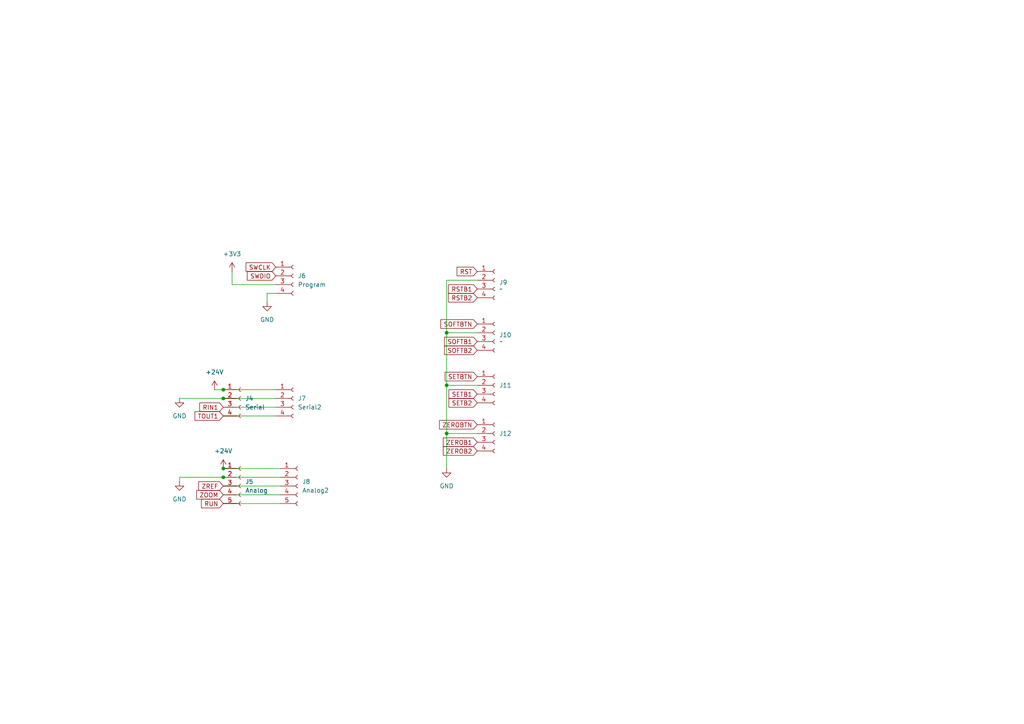
<source format=kicad_sch>
(kicad_sch (version 20231120) (generator "eeschema") (generator_version "8.0")
  (paper "A4")
  (lib_symbols
    (symbol "Connector:Conn_01x04_Socket" (pin_names (offset 1.016) hide)
      (property "Reference" "J" (at 0 5.08 0))
      (property "Value" "Conn_01x04_Socket" (at 0 -7.62 0))
      (symbol "Conn_01x04_Socket_1_1"
        (arc (start 0 -4.572) (mid -0.5058 -5.08) (end 0 -5.588) (stroke (width 0.1524)))
        (arc (start 0 -2.032) (mid -0.5058 -2.54) (end 0 -3.048) (stroke (width 0.1524)))
        (polyline (pts (xy -1.27 -5.08) (xy -0.508 -5.08)) (stroke (width 0.1524)))
        (polyline (pts (xy -1.27 -2.54) (xy -0.508 -2.54)) (stroke (width 0.1524)))
        (polyline (pts (xy -1.27 0) (xy -0.508 0)) (stroke (width 0.1524)))
        (polyline (pts (xy -1.27 2.54) (xy -0.508 2.54)) (stroke (width 0.1524)))
        (arc (start 0 0.508) (mid -0.5058 0) (end 0 -0.508) (stroke (width 0.1524)))
        (arc (start 0 3.048) (mid -0.5058 2.54) (end 0 2.032) (stroke (width 0.1524)))
        (pin passive line (at -5.08 2.54 0) (length 3.81) (name "Pin_1") (number "1"))
        (pin passive line (at -5.08 0 0) (length 3.81) (name "Pin_2") (number "2"))
        (pin passive line (at -5.08 -2.54 0) (length 3.81) (name "Pin_3") (number "3"))
        (pin passive line (at -5.08 -5.08 0) (length 3.81) (name "Pin_4") (number "4"))
      )
    )
    (symbol "Connector:Conn_01x05_Socket" (pin_names (offset 1.016) hide)
      (property "Reference" "J" (at 0 7.62 0))
      (property "Value" "Conn_01x05_Socket" (at 0 -7.62 0))
      (symbol "Conn_01x05_Socket_1_1"
        (arc (start 0 -4.572) (mid -0.5058 -5.08) (end 0 -5.588) (stroke (width 0.1524)))
        (arc (start 0 -2.032) (mid -0.5058 -2.54) (end 0 -3.048) (stroke (width 0.1524)))
        (polyline (pts (xy -1.27 -5.08) (xy -0.508 -5.08)) (stroke (width 0.1524)))
        (polyline (pts (xy -1.27 -2.54) (xy -0.508 -2.54)) (stroke (width 0.1524)))
        (polyline (pts (xy -1.27 0) (xy -0.508 0)) (stroke (width 0.1524)))
        (polyline (pts (xy -1.27 2.54) (xy -0.508 2.54)) (stroke (width 0.1524)))
        (polyline (pts (xy -1.27 5.08) (xy -0.508 5.08)) (stroke (width 0.1524)))
        (arc (start 0 0.508) (mid -0.5058 0) (end 0 -0.508) (stroke (width 0.1524)))
        (arc (start 0 3.048) (mid -0.5058 2.54) (end 0 2.032) (stroke (width 0.1524)))
        (arc (start 0 5.588) (mid -0.5058 5.08) (end 0 4.572) (stroke (width 0.1524)))
        (pin passive line (at -5.08 5.08 0) (length 3.81) (name "Pin_1") (number "1"))
        (pin passive line (at -5.08 2.54 0) (length 3.81) (name "Pin_2") (number "2"))
        (pin passive line (at -5.08 0 0) (length 3.81) (name "Pin_3") (number "3"))
        (pin passive line (at -5.08 -2.54 0) (length 3.81) (name "Pin_4") (number "4"))
        (pin passive line (at -5.08 -5.08 0) (length 3.81) (name "Pin_5") (number "5"))
      )
    )
    (symbol "power:+24V" (power) (pin_numbers hide) (pin_names (offset 0) hide)
      (property "Value" "+24V" (at 0 3.556 0))
      (symbol "+24V_0_1"
        (polyline (pts (xy -0.762 1.27) (xy 0 2.54)))
        (polyline (pts (xy 0 0) (xy 0 2.54)))
        (polyline (pts (xy 0 2.54) (xy 0.762 1.27)))
      )
      (symbol "+24V_1_1"
        (pin power_in line (at 0 0 90) (length 0) (name "~") (number "1"))
      )
    )
    (symbol "power:+3V3" (power) (pin_numbers hide) (pin_names (offset 0) hide)
      (property "Value" "+3V3" (at 0 3.556 0))
      (symbol "+3V3_0_1"
        (polyline (pts (xy -0.762 1.27) (xy 0 2.54)))
        (polyline (pts (xy 0 0) (xy 0 2.54)))
        (polyline (pts (xy 0 2.54) (xy 0.762 1.27)))
      )
      (symbol "+3V3_1_1"
        (pin power_in line (at 0 0 90) (length 0) (name "~") (number "1"))
      )
    )
    (symbol "power:GND" (power) (pin_numbers hide) (pin_names (offset 0) hide)
      (property "Value" "GND" (at 0 -3.81 0))
      (symbol "GND_0_1"
        (polyline (pts (xy 0 0) (xy 0 -1.27) (xy 1.27 -1.27) (xy 0 -2.54) (xy -1.27 -1.27) (xy 0 -1.27)))
      )
      (symbol "GND_1_1"
        (pin power_in line (at 0 0 270) (length 0) (name "~") (number "1"))
      )
    )
  )
  (junction (at 64.77 115.57))
  (junction (at 64.77 138.43))
  (junction (at 64.77 135.89))
  (junction (at 64.77 113.03))
  (junction (at 129.54 111.76))
  (junction (at 129.54 125.73))
  (junction (at 129.54 96.52))
  (wire (pts (xy 67.31 78.74) (xy 67.31 82.55)))
  (wire (pts (xy 64.77 113.03) (xy 80.01 113.03)))
  (wire (pts (xy 64.77 140.97) (xy 81.28 140.97)))
  (wire (pts (xy 138.43 81.28) (xy 129.54 81.28)))
  (wire (pts (xy 64.77 146.05) (xy 81.28 146.05)))
  (wire (pts (xy 129.54 81.28) (xy 129.54 96.52)))
  (wire (pts (xy 52.07 139.7) (xy 52.07 138.43)))
  (wire (pts (xy 52.07 138.43) (xy 64.77 138.43)))
  (wire (pts (xy 62.23 113.03) (xy 64.77 113.03)))
  (wire (pts (xy 129.54 125.73) (xy 138.43 125.73)))
  (wire (pts (xy 129.54 96.52) (xy 129.54 111.76)))
  (wire (pts (xy 138.43 96.52) (xy 129.54 96.52)))
  (wire (pts (xy 129.54 111.76) (xy 129.54 125.73)))
  (wire (pts (xy 64.77 115.57) (xy 80.01 115.57)))
  (wire (pts (xy 64.77 118.11) (xy 80.01 118.11)))
  (wire (pts (xy 80.01 82.55) (xy 67.31 82.55)))
  (wire (pts (xy 64.77 135.89) (xy 81.28 135.89)))
  (wire (pts (xy 64.77 138.43) (xy 81.28 138.43)))
  (wire (pts (xy 77.47 87.63) (xy 77.47 85.09)))
  (wire (pts (xy 52.07 115.57) (xy 64.77 115.57)))
  (wire (pts (xy 64.77 143.51) (xy 81.28 143.51)))
  (wire (pts (xy 64.77 120.65) (xy 80.01 120.65)))
  (wire (pts (xy 138.43 111.76) (xy 129.54 111.76)))
  (wire (pts (xy 77.47 85.09) (xy 80.01 85.09)))
  (wire (pts (xy 129.54 135.89) (xy 129.54 125.73)))
  (global_label "RST" (shape input) (at 138.43 78.74 180) (property "Intersheetrefs" "${INTERSHEET_REFS}" (effects (hide yes))))
  (global_label "SOFTB2" (shape input) (at 138.43 101.6 180) (property "Intersheetrefs" "${INTERSHEET_REFS}" (effects (hide yes))))
  (global_label "ZEROB1" (shape input) (at 138.43 128.27 180) (property "Intersheetrefs" "${INTERSHEET_REFS}" (effects (hide yes))))
  (global_label "ZEROB2" (shape input) (at 138.43 130.81 180) (property "Intersheetrefs" "${INTERSHEET_REFS}" (effects (hide yes))))
  (global_label "SOFTB1" (shape input) (at 138.43 99.06 180) (property "Intersheetrefs" "${INTERSHEET_REFS}" (effects (hide yes))))
  (global_label "RSTB2" (shape input) (at 138.43 86.36 180) (property "Intersheetrefs" "${INTERSHEET_REFS}" (effects (hide yes))))
  (global_label "SWDIO" (shape input) (at 80.01 80.01 180) (property "Intersheetrefs" "${INTERSHEET_REFS}" (effects (hide yes))))
  (global_label "SWCLK" (shape input) (at 80.01 77.47 180) (property "Intersheetrefs" "${INTERSHEET_REFS}" (effects (hide yes))))
  (global_label "RSTB1" (shape input) (at 138.43 83.82 180) (property "Intersheetrefs" "${INTERSHEET_REFS}" (effects (hide yes))))
  (global_label "SETB1" (shape input) (at 138.43 114.3 180) (property "Intersheetrefs" "${INTERSHEET_REFS}" (effects (hide yes))))
  (global_label "ZOOM" (shape input) (at 64.77 143.51 180) (property "Intersheetrefs" "${INTERSHEET_REFS}" (effects (hide yes))))
  (global_label "ZREF" (shape input) (at 64.77 140.97 180) (property "Intersheetrefs" "${INTERSHEET_REFS}" (effects (hide yes))))
  (global_label "TOUT1" (shape input) (at 64.77 120.65 180) (property "Intersheetrefs" "${INTERSHEET_REFS}" (effects (hide yes))))
  (global_label "RIN1" (shape input) (at 64.77 118.11 180) (property "Intersheetrefs" "${INTERSHEET_REFS}" (effects (hide yes))))
  (global_label "SETBTN" (shape input) (at 138.43 109.22 180) (property "Intersheetrefs" "${INTERSHEET_REFS}" (effects (hide yes))))
  (global_label "RUN" (shape input) (at 64.77 146.05 180) (property "Intersheetrefs" "${INTERSHEET_REFS}" (effects (hide yes))))
  (global_label "SETB2" (shape input) (at 138.43 116.84 180) (property "Intersheetrefs" "${INTERSHEET_REFS}" (effects (hide yes))))
  (global_label "ZEROBTN" (shape input) (at 138.43 123.19 180) (property "Intersheetrefs" "${INTERSHEET_REFS}" (effects (hide yes))))
  (global_label "SOFTBTN" (shape input) (at 138.43 93.98 180) (property "Intersheetrefs" "${INTERSHEET_REFS}" (effects (hide yes))))
  (symbol (lib_id "Connector:Conn_01x04_Socket") (at 143.51 96.52 0) (unit 1)
    (property "Reference" "J10" (at 144.78 97.1549 0) (effects (justify left)))
    (property "Value" "~" (at 144.78 99.06 0) (effects (justify left)))
    (property "Footprint" "Connector_PinSocket_2.54mm:PinSocket_1x04_P2.54mm_Vertical" (effects (hide yes)))
    (property "Description" "Generic connector, single row, 01x04, script generated" (effects (hide yes)))
  )
  (symbol (lib_id "power:+3V3") (at 67.31 78.74 0) (unit 1)
    (property "Reference" "#PWR031" (effects (hide yes)))
    (property "Value" "+3V3" (at 67.31 73.66 0))
    (property "Description" "Power symbol creates a global label with name \"+3V3\"" (effects (hide yes)))
  )
  (symbol (lib_id "Connector:Conn_01x04_Socket") (at 69.85 115.57 0) (unit 1)
    (property "Reference" "J4" (at 71.12 115.5699 0) (effects (justify left)))
    (property "Value" "Serial" (at 71.12 118.1099 0) (effects (justify left)))
    (property "Footprint" "Connector_PinSocket_2.54mm:PinSocket_1x04_P2.54mm_Vertical" (effects (hide yes)))
    (property "Description" "Generic connector, single row, 01x04, script generated" (effects (hide yes)))
  )
  (symbol (lib_id "Connector:Conn_01x04_Socket") (at 143.51 81.28 0) (unit 1)
    (property "Reference" "J9" (at 144.78 81.9149 0) (effects (justify left)))
    (property "Value" "~" (at 144.78 83.82 0) (effects (justify left)))
    (property "Footprint" "Connector_PinSocket_2.54mm:PinSocket_1x04_P2.54mm_Vertical" (effects (hide yes)))
    (property "Description" "Generic connector, single row, 01x04, script generated" (effects (hide yes)))
  )
  (symbol (lib_id "power:GND") (at 52.07 139.7 0) (unit 1)
    (property "Reference" "#PWR028" (effects (hide yes)))
    (property "Value" "GND" (at 52.07 144.78 0))
    (property "Description" "Power symbol creates a global label with name \"GND\" , ground" (effects (hide yes)))
  )
  (symbol (lib_id "Connector:Conn_01x04_Socket") (at 143.51 111.76 0) (unit 1)
    (property "Reference" "J11" (at 144.78 111.7599 0) (effects (justify left)))
    (property "Value" "Serial2" (effects (hide yes)))
    (property "Footprint" "Connector_PinSocket_2.54mm:PinSocket_1x04_P2.54mm_Vertical" (effects (hide yes)))
    (property "Description" "Generic connector, single row, 01x04, script generated" (effects (hide yes)))
  )
  (symbol (lib_id "Connector:Conn_01x05_Socket") (at 69.85 140.97 0) (unit 1)
    (property "Reference" "J5" (at 71.12 139.6999 0) (effects (justify left)))
    (property "Value" "Analog" (at 71.12 142.2399 0) (effects (justify left)))
    (property "Footprint" "Connector_PinSocket_2.54mm:PinSocket_1x05_P2.54mm_Vertical" (effects (hide yes)))
    (property "Description" "Generic connector, single row, 01x05, script generated" (effects (hide yes)))
  )
  (symbol (lib_id "power:GND") (at 52.07 115.57 0) (unit 1)
    (property "Reference" "#PWR027" (effects (hide yes)))
    (property "Value" "GND" (at 52.07 120.65 0))
    (property "Description" "Power symbol creates a global label with name \"GND\" , ground" (effects (hide yes)))
  )
  (symbol (lib_id "power:+24V") (at 62.23 113.03 0) (unit 1)
    (property "Reference" "#PWR029" (effects (hide yes)))
    (property "Value" "+24V" (at 62.23 107.95 0))
    (property "Description" "Power symbol creates a global label with name \"+24V\"" (effects (hide yes)))
  )
  (symbol (lib_id "power:GND") (at 77.47 87.63 0) (unit 1)
    (property "Reference" "#PWR032" (effects (hide yes)))
    (property "Value" "GND" (at 77.47 92.71 0))
    (property "Description" "Power symbol creates a global label with name \"GND\" , ground" (effects (hide yes)))
  )
  (symbol (lib_id "Connector:Conn_01x05_Socket") (at 86.36 140.97 0) (unit 1)
    (property "Reference" "J8" (at 87.63 139.6999 0) (effects (justify left)))
    (property "Value" "Analog2" (at 87.63 142.2399 0) (effects (justify left)))
    (property "Footprint" "Connector_PinSocket_2.54mm:PinSocket_1x05_P2.54mm_Vertical" (effects (hide yes)))
    (property "Description" "Generic connector, single row, 01x05, script generated" (effects (hide yes)))
  )
  (symbol (lib_id "Connector:Conn_01x04_Socket") (at 143.51 125.73 0) (unit 1)
    (property "Reference" "J12" (at 144.78 125.7299 0) (effects (justify left)))
    (property "Value" "Serial2" (effects (hide yes)))
    (property "Footprint" "Connector_PinSocket_2.54mm:PinSocket_1x04_P2.54mm_Vertical" (effects (hide yes)))
    (property "Description" "Generic connector, single row, 01x04, script generated" (effects (hide yes)))
  )
  (symbol (lib_id "power:GND") (at 129.54 135.89 0) (unit 1)
    (property "Reference" "#PWR033" (effects (hide yes)))
    (property "Value" "GND" (at 129.54 140.97 0))
    (property "Description" "Power symbol creates a global label with name \"GND\" , ground" (effects (hide yes)))
  )
  (symbol (lib_id "Connector:Conn_01x04_Socket") (at 85.09 115.57 0) (unit 1)
    (property "Reference" "J7" (at 86.36 115.5699 0) (effects (justify left)))
    (property "Value" "Serial2" (at 86.36 118.1099 0) (effects (justify left)))
    (property "Footprint" "Connector_PinSocket_2.54mm:PinSocket_1x04_P2.54mm_Vertical" (effects (hide yes)))
    (property "Description" "Generic connector, single row, 01x04, script generated" (effects (hide yes)))
  )
  (symbol (lib_id "power:+24V") (at 64.77 135.89 0) (unit 1)
    (property "Reference" "#PWR030" (effects (hide yes)))
    (property "Value" "+24V" (at 64.77 130.81 0))
    (property "Description" "Power symbol creates a global label with name \"+24V\"" (effects (hide yes)))
  )
  (symbol (lib_id "Connector:Conn_01x04_Socket") (at 85.09 80.01 0) (unit 1)
    (property "Reference" "J6" (at 86.36 80.0099 0) (effects (justify left)))
    (property "Value" "Program" (at 86.36 82.5499 0) (effects (justify left)))
    (property "Footprint" "Connector_PinSocket_2.54mm:PinSocket_1x04_P2.54mm_Vertical" (effects (hide yes)))
    (property "Description" "Generic connector, single row, 01x04, script generated" (effects (hide yes)))
  )
)
</source>
